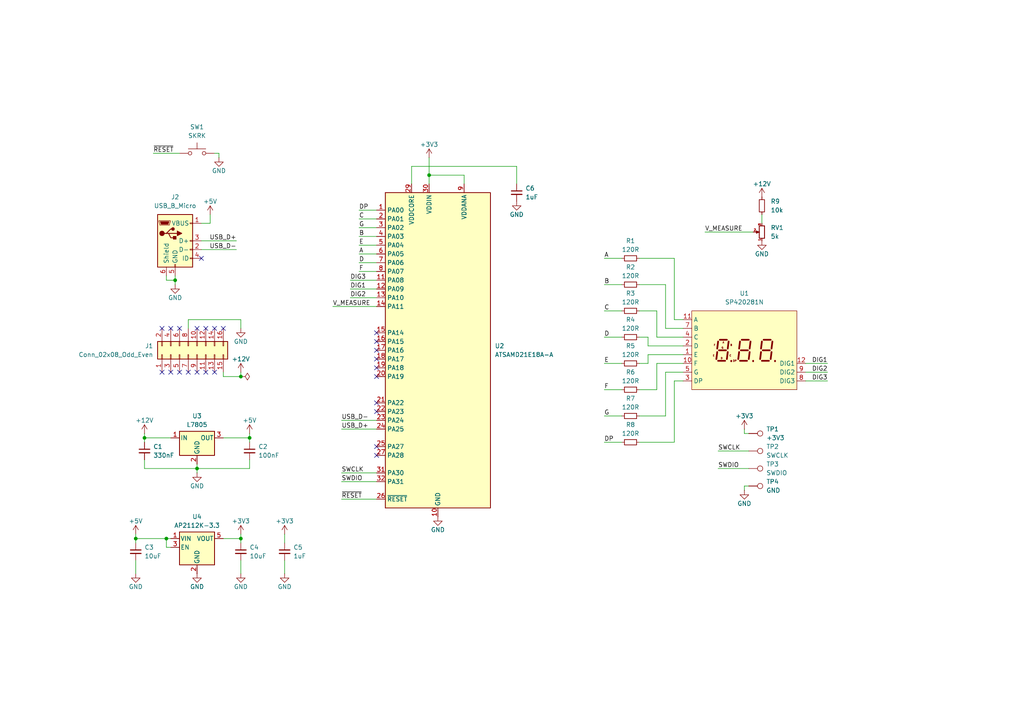
<source format=kicad_sch>
(kicad_sch (version 20231120) (generator "eeschema") (generator_version "8.0")
  (paper "A4")
  (lib_symbols
    (symbol "Connector:TestPoint" (pin_numbers hide) (pin_names (offset 0.762) hide)
      (property "Reference" "TP" (at 0 6.858 0))
      (property "Value" "TestPoint" (at 0 5.08 0))
      (symbol "TestPoint_0_1"
        (circle (center 0 3.302) (radius 0.762))
      )
      (symbol "TestPoint_1_1"
        (pin passive line (at 0 0 90) (length 2.54) (name "1") (number "1"))
      )
    )
    (symbol "Connector:USB_B_Micro" (pin_names (offset 1.016))
      (property "Reference" "J" (at -5.08 11.43 0))
      (property "Value" "USB_B_Micro" (at -5.08 8.89 0))
      (symbol "USB_B_Micro_0_1"
        (rectangle (start -5.08 -7.62) (end 5.08 7.62) (stroke (width 0.254)) (fill (type background)))
        (circle (center -3.81 2.159) (radius 0.635) (stroke (width 0.254)) (fill (type outline)))
        (circle (center -0.635 3.429) (radius 0.381) (stroke (width 0.254)) (fill (type outline)))
        (rectangle (start -0.127 -7.62) (end 0.127 -6.858))
        (polyline (pts (xy -1.905 2.159) (xy 0.635 2.159)) (stroke (width 0.254)))
        (polyline (pts (xy -3.175 2.159) (xy -2.54 2.159) (xy -1.27 3.429) (xy -0.635 3.429)) (stroke (width 0.254)))
        (polyline (pts (xy -2.54 2.159) (xy -1.905 2.159) (xy -1.27 0.889) (xy 0 0.889)) (stroke (width 0.254)))
        (polyline (pts (xy 0.635 2.794) (xy 0.635 1.524) (xy 1.905 2.159) (xy 0.635 2.794)) (stroke (width 0.254)) (fill (type outline)))
        (polyline (pts (xy -4.318 5.588) (xy -1.778 5.588) (xy -2.032 4.826) (xy -4.064 4.826) (xy -4.318 5.588)) (fill (type outline)))
        (polyline (pts (xy -4.699 5.842) (xy -4.699 5.588) (xy -4.445 4.826) (xy -4.445 4.572) (xy -1.651 4.572) (xy -1.651 4.826) (xy -1.397 5.588) (xy -1.397 5.842) (xy -4.699 5.842)))
        (rectangle (start 0.254 1.27) (end -0.508 0.508) (stroke (width 0.254)) (fill (type outline)))
        (rectangle (start 5.08 -5.207) (end 4.318 -4.953))
        (rectangle (start 5.08 -2.667) (end 4.318 -2.413))
        (rectangle (start 5.08 -0.127) (end 4.318 0.127))
        (rectangle (start 5.08 4.953) (end 4.318 5.207))
      )
      (symbol "USB_B_Micro_1_1"
        (pin power_out line (at 7.62 5.08 180) (length 2.54) (name "VBUS") (number "1"))
        (pin bidirectional line (at 7.62 -2.54 180) (length 2.54) (name "D-") (number "2"))
        (pin bidirectional line (at 7.62 0 180) (length 2.54) (name "D+") (number "3"))
        (pin passive line (at 7.62 -5.08 180) (length 2.54) (name "ID") (number "4"))
        (pin power_out line (at 0 -10.16 90) (length 2.54) (name "GND") (number "5"))
        (pin passive line (at -2.54 -10.16 90) (length 2.54) (name "Shield") (number "6"))
      )
    )
    (symbol "Connector_Generic:Conn_02x08_Odd_Even" (pin_names (offset 1.016) hide)
      (property "Reference" "J" (at 1.27 10.16 0))
      (property "Value" "Conn_02x08_Odd_Even" (at 1.27 -12.7 0))
      (symbol "Conn_02x08_Odd_Even_1_1"
        (rectangle (start -1.27 -10.033) (end 0 -10.287) (stroke (width 0.1524)))
        (rectangle (start -1.27 -7.493) (end 0 -7.747) (stroke (width 0.1524)))
        (rectangle (start -1.27 -4.953) (end 0 -5.207) (stroke (width 0.1524)))
        (rectangle (start -1.27 -2.413) (end 0 -2.667) (stroke (width 0.1524)))
        (rectangle (start -1.27 0.127) (end 0 -0.127) (stroke (width 0.1524)))
        (rectangle (start -1.27 2.667) (end 0 2.413) (stroke (width 0.1524)))
        (rectangle (start -1.27 5.207) (end 0 4.953) (stroke (width 0.1524)))
        (rectangle (start -1.27 7.747) (end 0 7.493) (stroke (width 0.1524)))
        (rectangle (start -1.27 8.89) (end 3.81 -11.43) (stroke (width 0.254)) (fill (type background)))
        (rectangle (start 3.81 -10.033) (end 2.54 -10.287) (stroke (width 0.1524)))
        (rectangle (start 3.81 -7.493) (end 2.54 -7.747) (stroke (width 0.1524)))
        (rectangle (start 3.81 -4.953) (end 2.54 -5.207) (stroke (width 0.1524)))
        (rectangle (start 3.81 -2.413) (end 2.54 -2.667) (stroke (width 0.1524)))
        (rectangle (start 3.81 0.127) (end 2.54 -0.127) (stroke (width 0.1524)))
        (rectangle (start 3.81 2.667) (end 2.54 2.413) (stroke (width 0.1524)))
        (rectangle (start 3.81 5.207) (end 2.54 4.953) (stroke (width 0.1524)))
        (rectangle (start 3.81 7.747) (end 2.54 7.493) (stroke (width 0.1524)))
        (pin passive line (at -5.08 7.62 0) (length 3.81) (name "Pin_1") (number "1"))
        (pin passive line (at 7.62 -2.54 180) (length 3.81) (name "Pin_10") (number "10"))
        (pin passive line (at -5.08 -5.08 0) (length 3.81) (name "Pin_11") (number "11"))
        (pin passive line (at 7.62 -5.08 180) (length 3.81) (name "Pin_12") (number "12"))
        (pin passive line (at -5.08 -7.62 0) (length 3.81) (name "Pin_13") (number "13"))
        (pin passive line (at 7.62 -7.62 180) (length 3.81) (name "Pin_14") (number "14"))
        (pin passive line (at -5.08 -10.16 0) (length 3.81) (name "Pin_15") (number "15"))
        (pin passive line (at 7.62 -10.16 180) (length 3.81) (name "Pin_16") (number "16"))
        (pin passive line (at 7.62 7.62 180) (length 3.81) (name "Pin_2") (number "2"))
        (pin passive line (at -5.08 5.08 0) (length 3.81) (name "Pin_3") (number "3"))
        (pin passive line (at 7.62 5.08 180) (length 3.81) (name "Pin_4") (number "4"))
        (pin passive line (at -5.08 2.54 0) (length 3.81) (name "Pin_5") (number "5"))
        (pin passive line (at 7.62 2.54 180) (length 3.81) (name "Pin_6") (number "6"))
        (pin passive line (at -5.08 0 0) (length 3.81) (name "Pin_7") (number "7"))
        (pin passive line (at 7.62 0 180) (length 3.81) (name "Pin_8") (number "8"))
        (pin passive line (at -5.08 -2.54 0) (length 3.81) (name "Pin_9") (number "9"))
      )
    )
    (symbol "Device:C_Small" (pin_numbers hide) (pin_names (offset 0.254) hide)
      (property "Reference" "C" (at 0.254 1.778 0))
      (property "Value" "C_Small" (at 0.254 -2.032 0))
      (symbol "C_Small_0_1"
        (polyline (pts (xy -1.524 -0.508) (xy 1.524 -0.508)) (stroke (width 0.3302)))
        (polyline (pts (xy -1.524 0.508) (xy 1.524 0.508)) (stroke (width 0.3048)))
      )
      (symbol "C_Small_1_1"
        (pin passive line (at 0 2.54 270) (length 2.032) (name "~") (number "1"))
        (pin passive line (at 0 -2.54 90) (length 2.032) (name "~") (number "2"))
      )
    )
    (symbol "Device:R_Potentiometer_Small" (pin_names (offset 1.016) hide)
      (property "Reference" "RV" (at -4.445 0 90))
      (property "Value" "R_Potentiometer_Small" (at -2.54 0 90))
      (symbol "R_Potentiometer_Small_0_1"
        (polyline (pts (xy 0.889 0) (xy 0.635 0) (xy 1.651 0.381) (xy 1.651 -0.381) (xy 0.635 0) (xy 0.889 0)) (fill (type outline)))
        (rectangle (start 0.762 1.8034) (end -0.762 -1.8034) (stroke (width 0.254)))
      )
      (symbol "R_Potentiometer_Small_1_1"
        (pin passive line (at 0 2.54 270) (length 0.635) (name "1") (number "1"))
        (pin passive line (at 2.54 0 180) (length 0.9906) (name "2") (number "2"))
        (pin passive line (at 0 -2.54 90) (length 0.635) (name "3") (number "3"))
      )
    )
    (symbol "Device:R_Small" (pin_numbers hide) (pin_names (offset 0.254) hide)
      (property "Reference" "R" (at 0.762 0.508 0))
      (property "Value" "R_Small" (at 0.762 -1.016 0))
      (symbol "R_Small_0_1"
        (rectangle (start -0.762 1.778) (end 0.762 -1.778) (stroke (width 0.2032)))
      )
      (symbol "R_Small_1_1"
        (pin passive line (at 0 2.54 270) (length 0.762) (name "~") (number "1"))
        (pin passive line (at 0 -2.54 90) (length 0.762) (name "~") (number "2"))
      )
    )
    (symbol "MCU_Microchip_SAMD:ATSAMD21E18A-A"
      (property "Reference" "U" (at -13.97 46.99 0))
      (property "Value" "ATSAMD21E18A-A" (at 16.51 46.99 0))
      (symbol "ATSAMD21E18A-A_1_1"
        (rectangle (start -15.24 45.72) (end 15.24 -45.72) (stroke (width 0.254)) (fill (type background)))
        (pin bidirectional line (at -17.78 40.64 0) (length 2.54) (name "PA00") (number "1"))
        (pin power_in line (at 0 -48.26 90) (length 2.54) (name "GND") (number "10"))
        (pin bidirectional line (at -17.78 20.32 0) (length 2.54) (name "PA08") (number "11"))
        (pin bidirectional line (at -17.78 17.78 0) (length 2.54) (name "PA09") (number "12"))
        (pin bidirectional line (at -17.78 15.24 0) (length 2.54) (name "PA10") (number "13"))
        (pin bidirectional line (at -17.78 12.7 0) (length 2.54) (name "PA11") (number "14"))
        (pin bidirectional line (at -17.78 5.08 0) (length 2.54) (name "PA14") (number "15"))
        (pin bidirectional line (at -17.78 2.54 0) (length 2.54) (name "PA15") (number "16"))
        (pin bidirectional line (at -17.78 0 0) (length 2.54) (name "PA16") (number "17"))
        (pin bidirectional line (at -17.78 -2.54 0) (length 2.54) (name "PA17") (number "18"))
        (pin bidirectional line (at -17.78 -5.08 0) (length 2.54) (name "PA18") (number "19"))
        (pin bidirectional line (at -17.78 38.1 0) (length 2.54) (name "PA01") (number "2"))
        (pin bidirectional line (at -17.78 -7.62 0) (length 2.54) (name "PA19") (number "20"))
        (pin bidirectional line (at -17.78 -15.24 0) (length 2.54) (name "PA22") (number "21"))
        (pin bidirectional line (at -17.78 -17.78 0) (length 2.54) (name "PA23") (number "22"))
        (pin bidirectional line (at -17.78 -20.32 0) (length 2.54) (name "PA24") (number "23"))
        (pin bidirectional line (at -17.78 -22.86 0) (length 2.54) (name "PA25") (number "24"))
        (pin bidirectional line (at -17.78 -27.94 0) (length 2.54) (name "PA27") (number "25"))
        (pin input line (at -17.78 -43.18 0) (length 2.54) (name "~{RESET}") (number "26"))
        (pin bidirectional line (at -17.78 -30.48 0) (length 2.54) (name "PA28") (number "27"))
        (pin passive line (at 0 -48.26 90) (length 2.54) hide (name "GND") (number "28"))
        (pin power_out line (at -7.62 48.26 270) (length 2.54) (name "VDDCORE") (number "29"))
        (pin bidirectional line (at -17.78 35.56 0) (length 2.54) (name "PA02") (number "3"))
        (pin power_in line (at -2.54 48.26 270) (length 2.54) (name "VDDIN") (number "30"))
        (pin bidirectional line (at -17.78 -35.56 0) (length 2.54) (name "PA30") (number "31"))
        (pin bidirectional line (at -17.78 -38.1 0) (length 2.54) (name "PA31") (number "32"))
        (pin bidirectional line (at -17.78 33.02 0) (length 2.54) (name "PA03") (number "4"))
        (pin bidirectional line (at -17.78 30.48 0) (length 2.54) (name "PA04") (number "5"))
        (pin bidirectional line (at -17.78 27.94 0) (length 2.54) (name "PA05") (number "6"))
        (pin bidirectional line (at -17.78 25.4 0) (length 2.54) (name "PA06") (number "7"))
        (pin bidirectional line (at -17.78 22.86 0) (length 2.54) (name "PA07") (number "8"))
        (pin power_in line (at 7.62 48.26 270) (length 2.54) (name "VDDANA") (number "9"))
      )
    )
    (symbol "Regulator_Linear:AP2112K-3.3" (pin_names (offset 0.254))
      (property "Reference" "U" (at -5.08 5.715 0))
      (property "Value" "AP2112K-3.3" (at 0 5.715 0))
      (symbol "AP2112K-3.3_0_1"
        (rectangle (start -5.08 4.445) (end 5.08 -5.08) (stroke (width 0.254)) (fill (type background)))
      )
      (symbol "AP2112K-3.3_1_1"
        (pin power_in line (at -7.62 2.54 0) (length 2.54) (name "VIN") (number "1"))
        (pin power_in line (at 0 -7.62 90) (length 2.54) (name "GND") (number "2"))
        (pin input line (at -7.62 0 0) (length 2.54) (name "EN") (number "3"))
        (pin no_connect line (at 5.08 0 180) (length 2.54) hide (name "NC") (number "4"))
        (pin power_out line (at 7.62 2.54 180) (length 2.54) (name "VOUT") (number "5"))
      )
    )
    (symbol "Regulator_Linear:L7805" (pin_names (offset 0.254))
      (property "Reference" "U" (at -3.81 3.175 0))
      (property "Value" "L7805" (at 0 3.175 0))
      (symbol "L7805_0_1"
        (rectangle (start -5.08 1.905) (end 5.08 -5.08) (stroke (width 0.254)) (fill (type background)))
      )
      (symbol "L7805_1_1"
        (pin power_in line (at -7.62 0 0) (length 2.54) (name "IN") (number "1"))
        (pin power_in line (at 0 -7.62 90) (length 2.54) (name "GND") (number "2"))
        (pin power_out line (at 7.62 0 180) (length 2.54) (name "OUT") (number "3"))
      )
    )
    (symbol "Switch:SW_Push" (pin_numbers hide) (pin_names (offset 1.016) hide)
      (property "Reference" "SW" (at 1.27 2.54 0))
      (property "Value" "SW_Push" (at 0 -1.524 0))
      (symbol "SW_Push_0_1"
        (circle (center -2.032 0) (radius 0.508))
        (polyline (pts (xy 0 1.27) (xy 0 3.048)))
        (polyline (pts (xy 2.54 1.27) (xy -2.54 1.27)))
        (circle (center 2.032 0) (radius 0.508))
        (pin passive line (at -5.08 0 0) (length 2.54) (name "1") (number "1"))
        (pin passive line (at 5.08 0 180) (length 2.54) (name "2") (number "2"))
      )
    )
    (symbol "obd-things:ARKLED_SP420281N"
      (property "Reference" "U" (at -13.97 12.7 0))
      (property "Value" "SP420281N" (at 9.144 12.7 0))
      (symbol "ARKLED_SP420281N_1_0"
        (text "A" (at -6.096 2.286 0) (effects (font (size 0.508 0.508))))
        (text "B" (at -3.81 1.524 0) (effects (font (size 0.508 0.508))))
        (text "C" (at -4.064 -1.524 0) (effects (font (size 0.508 0.508))))
        (text "D" (at -6.604 -2.286 0) (effects (font (size 0.508 0.508))))
        (text "DP" (at -2.794 -3.048 0) (effects (font (size 0.508 0.508))))
        (text "E" (at -8.89 -1.524 0) (effects (font (size 0.508 0.508))))
        (text "F" (at -8.636 1.524 0) (effects (font (size 0.508 0.508))))
        (text "G" (at -6.35 0.762 0) (effects (font (size 0.508 0.508))))
      )
      (symbol "ARKLED_SP420281N_1_1"
        (rectangle (start -15.24 11.43) (end 15.24 -11.43) (fill (type background)))
        (polyline (pts (xy -7.874 -0.508) (xy -8.128 -2.54)) (stroke (width 0.508)))
        (polyline (pts (xy -7.62 -3.048) (xy -5.588 -3.048)) (stroke (width 0.508)))
        (polyline (pts (xy -7.62 2.54) (xy -7.874 0.508)) (stroke (width 0.508)))
        (polyline (pts (xy -7.366 0) (xy -5.334 0)) (stroke (width 0.508)))
        (polyline (pts (xy -7.112 3.048) (xy -5.08 3.048)) (stroke (width 0.508)))
        (polyline (pts (xy -4.826 -0.508) (xy -5.08 -2.54)) (stroke (width 0.508)))
        (polyline (pts (xy -4.572 2.54) (xy -4.826 0.508)) (stroke (width 0.508)))
        (polyline (pts (xy -3.81 -3.175) (xy -3.81 -3.048)) (stroke (width 0.508)))
        (polyline (pts (xy -1.524 -0.508) (xy -1.778 -2.54)) (stroke (width 0.508)))
        (polyline (pts (xy -1.27 -3.048) (xy 0.762 -3.048)) (stroke (width 0.508)))
        (polyline (pts (xy -1.27 2.54) (xy -1.524 0.508)) (stroke (width 0.508)))
        (polyline (pts (xy -1.016 0) (xy 1.016 0)) (stroke (width 0.508)))
        (polyline (pts (xy -0.762 3.048) (xy 1.27 3.048)) (stroke (width 0.508)))
        (polyline (pts (xy 1.524 -0.508) (xy 1.27 -2.54)) (stroke (width 0.508)))
        (polyline (pts (xy 1.778 2.54) (xy 1.524 0.508)) (stroke (width 0.508)))
        (polyline (pts (xy 2.54 -3.175) (xy 2.54 -3.048)) (stroke (width 0.508)))
        (polyline (pts (xy 4.826 -0.508) (xy 4.572 -2.54)) (stroke (width 0.508)))
        (polyline (pts (xy 5.08 -3.048) (xy 7.112 -3.048)) (stroke (width 0.508)))
        (polyline (pts (xy 5.08 2.54) (xy 4.826 0.508)) (stroke (width 0.508)))
        (polyline (pts (xy 5.334 0) (xy 7.366 0)) (stroke (width 0.508)))
        (polyline (pts (xy 5.588 3.048) (xy 7.62 3.048)) (stroke (width 0.508)))
        (polyline (pts (xy 7.874 -0.508) (xy 7.62 -2.54)) (stroke (width 0.508)))
        (polyline (pts (xy 8.128 2.54) (xy 7.874 0.508)) (stroke (width 0.508)))
        (polyline (pts (xy 8.89 -3.175) (xy 8.89 -3.048)) (stroke (width 0.508)))
        (pin input line (at -17.78 -1.27 0) (length 2.54) (name "E") (number "1"))
        (pin input line (at -17.78 -3.81 0) (length 2.54) (name "F") (number "10"))
        (pin input line (at -17.78 8.89 0) (length 2.54) (name "A") (number "11"))
        (pin input line (at 17.78 -3.81 180) (length 2.54) (name "DIG1") (number "12"))
        (pin input line (at -17.78 1.27 0) (length 2.54) (name "D") (number "2"))
        (pin input line (at -17.78 -8.89 0) (length 2.54) (name "DP") (number "3"))
        (pin input line (at -17.78 3.81 0) (length 2.54) (name "C") (number "4"))
        (pin input line (at -17.78 -6.35 0) (length 2.54) (name "G") (number "5"))
        (pin input line (at -17.78 6.35 0) (length 2.54) (name "B") (number "7"))
        (pin input line (at 17.78 -8.89 180) (length 2.54) (name "DIG3") (number "8"))
        (pin input line (at 17.78 -6.35 180) (length 2.54) (name "DIG2") (number "9"))
      )
    )
    (symbol "power:+12V" (power) (pin_numbers hide) (pin_names (offset 0) hide)
      (property "Value" "+12V" (at 0 3.556 0))
      (symbol "+12V_0_1"
        (polyline (pts (xy -0.762 1.27) (xy 0 2.54)))
        (polyline (pts (xy 0 0) (xy 0 2.54)))
        (polyline (pts (xy 0 2.54) (xy 0.762 1.27)))
      )
      (symbol "+12V_1_1"
        (pin power_in line (at 0 0 90) (length 0) (name "~") (number "1"))
      )
    )
    (symbol "power:+3V3" (power) (pin_numbers hide) (pin_names (offset 0) hide)
      (property "Value" "+3V3" (at 0 3.556 0))
      (symbol "+3V3_0_1"
        (polyline (pts (xy -0.762 1.27) (xy 0 2.54)))
        (polyline (pts (xy 0 0) (xy 0 2.54)))
        (polyline (pts (xy 0 2.54) (xy 0.762 1.27)))
      )
      (symbol "+3V3_1_1"
        (pin power_in line (at 0 0 90) (length 0) (name "~") (number "1"))
      )
    )
    (symbol "power:+5V" (power) (pin_numbers hide) (pin_names (offset 0) hide)
      (property "Value" "+5V" (at 0 3.556 0))
      (symbol "+5V_0_1"
        (polyline (pts (xy -0.762 1.27) (xy 0 2.54)))
        (polyline (pts (xy 0 0) (xy 0 2.54)))
        (polyline (pts (xy 0 2.54) (xy 0.762 1.27)))
      )
      (symbol "+5V_1_1"
        (pin power_in line (at 0 0 90) (length 0) (name "~") (number "1"))
      )
    )
    (symbol "power:GND" (power) (pin_numbers hide) (pin_names (offset 0) hide)
      (property "Value" "GND" (at 0 -3.81 0))
      (symbol "GND_0_1"
        (polyline (pts (xy 0 0) (xy 0 -1.27) (xy 1.27 -1.27) (xy 0 -2.54) (xy -1.27 -1.27) (xy 0 -1.27)))
      )
      (symbol "GND_1_1"
        (pin power_in line (at 0 0 270) (length 0) (name "~") (number "1"))
      )
    )
    (symbol "power:PWR_FLAG" (power) (pin_numbers hide) (pin_names (offset 0) hide)
      (property "Value" "PWR_FLAG" (at 0 3.81 0))
      (symbol "PWR_FLAG_0_0"
        (pin power_out line (at 0 0 90) (length 0) (name "~") (number "1"))
      )
      (symbol "PWR_FLAG_0_1"
        (polyline (pts (xy 0 0) (xy 0 1.27) (xy -1.016 1.905) (xy 0 2.54) (xy 1.016 1.905) (xy 0 1.27)))
      )
    )
  )
  (junction (at 39.37 156.21))
  (junction (at 57.15 135.89))
  (junction (at 48.26 156.21))
  (junction (at 50.8 81.28))
  (junction (at 41.91 127))
  (junction (at 124.46 50.8))
  (junction (at 72.39 127))
  (junction (at 69.85 109.22))
  (junction (at 69.85 156.21))
  (no_connect (at 54.61 107.95))
  (no_connect (at 62.23 107.95))
  (no_connect (at 57.15 107.95))
  (no_connect (at 109.22 96.52))
  (no_connect (at 62.23 95.25))
  (no_connect (at 46.99 107.95))
  (no_connect (at 52.07 95.25))
  (no_connect (at 109.22 101.6))
  (no_connect (at 64.77 95.25))
  (no_connect (at 49.53 107.95))
  (no_connect (at 109.22 129.54))
  (no_connect (at 109.22 106.68))
  (no_connect (at 49.53 95.25))
  (no_connect (at 59.69 95.25))
  (no_connect (at 46.99 95.25))
  (no_connect (at 109.22 132.08))
  (no_connect (at 109.22 99.06))
  (no_connect (at 109.22 104.14))
  (no_connect (at 59.69 107.95))
  (no_connect (at 109.22 109.22))
  (no_connect (at 109.22 116.84))
  (no_connect (at 109.22 119.38))
  (no_connect (at 52.07 107.95))
  (no_connect (at 58.42 74.93))
  (no_connect (at 57.15 95.25))
  (wire (pts (xy 190.5 113.03) (xy 190.5 105.41)))
  (wire (pts (xy 175.26 90.17) (xy 180.34 90.17)))
  (wire (pts (xy 48.26 156.21) (xy 49.53 156.21)))
  (wire (pts (xy 190.5 97.79) (xy 198.12 97.79)))
  (wire (pts (xy 69.85 156.21) (xy 69.85 157.48)))
  (wire (pts (xy 96.52 88.9) (xy 109.22 88.9)))
  (wire (pts (xy 41.91 125.73) (xy 41.91 127)))
  (wire (pts (xy 54.61 95.25) (xy 54.61 92.71)))
  (wire (pts (xy 124.46 45.72) (xy 124.46 50.8)))
  (wire (pts (xy 195.58 110.49) (xy 198.12 110.49)))
  (wire (pts (xy 215.9 124.46) (xy 215.9 125.73)))
  (wire (pts (xy 104.14 76.2) (xy 109.22 76.2)))
  (wire (pts (xy 69.85 156.21) (xy 69.85 154.94)))
  (wire (pts (xy 39.37 156.21) (xy 39.37 157.48)))
  (wire (pts (xy 185.42 82.55) (xy 193.04 82.55)))
  (wire (pts (xy 190.5 90.17) (xy 190.5 97.79)))
  (wire (pts (xy 134.62 50.8) (xy 124.46 50.8)))
  (wire (pts (xy 195.58 128.27) (xy 195.58 110.49)))
  (wire (pts (xy 101.6 83.82) (xy 109.22 83.82)))
  (wire (pts (xy 54.61 92.71) (xy 69.85 92.71)))
  (wire (pts (xy 99.06 144.78) (xy 109.22 144.78)))
  (wire (pts (xy 175.26 74.93) (xy 180.34 74.93)))
  (wire (pts (xy 193.04 120.65) (xy 193.04 107.95)))
  (wire (pts (xy 39.37 154.94) (xy 39.37 156.21)))
  (wire (pts (xy 185.42 90.17) (xy 190.5 90.17)))
  (wire (pts (xy 185.42 120.65) (xy 193.04 120.65)))
  (wire (pts (xy 185.42 74.93) (xy 195.58 74.93)))
  (wire (pts (xy 62.23 44.45) (xy 63.5 44.45)))
  (wire (pts (xy 104.14 73.66) (xy 109.22 73.66)))
  (wire (pts (xy 215.9 142.24) (xy 215.9 140.97)))
  (wire (pts (xy 185.42 113.03) (xy 190.5 113.03)))
  (wire (pts (xy 58.42 72.39) (xy 68.58 72.39)))
  (wire (pts (xy 233.68 105.41) (xy 240.03 105.41)))
  (wire (pts (xy 187.96 102.87) (xy 198.12 102.87)))
  (wire (pts (xy 60.96 62.23) (xy 60.96 64.77)))
  (wire (pts (xy 104.14 78.74) (xy 109.22 78.74)))
  (wire (pts (xy 50.8 81.28) (xy 50.8 80.01)))
  (wire (pts (xy 101.6 81.28) (xy 109.22 81.28)))
  (wire (pts (xy 175.26 128.27) (xy 180.34 128.27)))
  (wire (pts (xy 60.96 64.77) (xy 58.42 64.77)))
  (wire (pts (xy 185.42 97.79) (xy 187.96 97.79)))
  (wire (pts (xy 119.38 53.34) (xy 119.38 48.26)))
  (wire (pts (xy 233.68 107.95) (xy 240.03 107.95)))
  (wire (pts (xy 104.14 66.04) (xy 109.22 66.04)))
  (wire (pts (xy 72.39 127) (xy 72.39 125.73)))
  (wire (pts (xy 124.46 50.8) (xy 124.46 53.34)))
  (wire (pts (xy 64.77 109.22) (xy 69.85 109.22)))
  (wire (pts (xy 64.77 107.95) (xy 64.77 109.22)))
  (wire (pts (xy 57.15 135.89) (xy 72.39 135.89)))
  (wire (pts (xy 185.42 105.41) (xy 187.96 105.41)))
  (wire (pts (xy 175.26 105.41) (xy 180.34 105.41)))
  (wire (pts (xy 175.26 97.79) (xy 180.34 97.79)))
  (wire (pts (xy 104.14 60.96) (xy 109.22 60.96)))
  (wire (pts (xy 149.86 48.26) (xy 149.86 53.34)))
  (wire (pts (xy 104.14 63.5) (xy 109.22 63.5)))
  (wire (pts (xy 187.96 105.41) (xy 187.96 102.87)))
  (wire (pts (xy 63.5 44.45) (xy 63.5 45.72)))
  (wire (pts (xy 195.58 74.93) (xy 195.58 92.71)))
  (wire (pts (xy 187.96 97.79) (xy 187.96 100.33)))
  (wire (pts (xy 215.9 140.97) (xy 217.17 140.97)))
  (wire (pts (xy 193.04 107.95) (xy 198.12 107.95)))
  (wire (pts (xy 50.8 82.55) (xy 50.8 81.28)))
  (wire (pts (xy 99.06 139.7) (xy 109.22 139.7)))
  (wire (pts (xy 48.26 156.21) (xy 48.26 158.75)))
  (wire (pts (xy 185.42 128.27) (xy 195.58 128.27)))
  (wire (pts (xy 48.26 81.28) (xy 50.8 81.28)))
  (wire (pts (xy 69.85 92.71) (xy 69.85 95.25)))
  (wire (pts (xy 82.55 154.94) (xy 82.55 157.48)))
  (wire (pts (xy 39.37 162.56) (xy 39.37 166.37)))
  (wire (pts (xy 64.77 156.21) (xy 69.85 156.21)))
  (wire (pts (xy 119.38 48.26) (xy 149.86 48.26)))
  (wire (pts (xy 187.96 100.33) (xy 198.12 100.33)))
  (wire (pts (xy 41.91 133.35) (xy 41.91 135.89)))
  (wire (pts (xy 69.85 109.22) (xy 69.85 107.95)))
  (wire (pts (xy 193.04 82.55) (xy 193.04 95.25)))
  (wire (pts (xy 175.26 82.55) (xy 180.34 82.55)))
  (wire (pts (xy 208.28 130.81) (xy 217.17 130.81)))
  (wire (pts (xy 82.55 162.56) (xy 82.55 166.37)))
  (wire (pts (xy 41.91 127) (xy 49.53 127)))
  (wire (pts (xy 44.45 44.45) (xy 52.07 44.45)))
  (wire (pts (xy 104.14 68.58) (xy 109.22 68.58)))
  (wire (pts (xy 215.9 125.73) (xy 217.17 125.73)))
  (wire (pts (xy 233.68 110.49) (xy 240.03 110.49)))
  (wire (pts (xy 195.58 92.71) (xy 198.12 92.71)))
  (wire (pts (xy 99.06 137.16) (xy 109.22 137.16)))
  (wire (pts (xy 58.42 69.85) (xy 68.58 69.85)))
  (wire (pts (xy 104.14 71.12) (xy 109.22 71.12)))
  (wire (pts (xy 204.47 67.31) (xy 218.44 67.31)))
  (wire (pts (xy 39.37 156.21) (xy 48.26 156.21)))
  (wire (pts (xy 49.53 158.75) (xy 48.26 158.75)))
  (wire (pts (xy 48.26 80.01) (xy 48.26 81.28)))
  (wire (pts (xy 99.06 121.92) (xy 109.22 121.92)))
  (wire (pts (xy 41.91 135.89) (xy 57.15 135.89)))
  (wire (pts (xy 41.91 127) (xy 41.91 128.27)))
  (wire (pts (xy 175.26 113.03) (xy 180.34 113.03)))
  (wire (pts (xy 72.39 127) (xy 72.39 128.27)))
  (wire (pts (xy 101.6 86.36) (xy 109.22 86.36)))
  (wire (pts (xy 69.85 162.56) (xy 69.85 166.37)))
  (wire (pts (xy 57.15 135.89) (xy 57.15 137.16)))
  (wire (pts (xy 175.26 120.65) (xy 180.34 120.65)))
  (wire (pts (xy 193.04 95.25) (xy 198.12 95.25)))
  (wire (pts (xy 134.62 53.34) (xy 134.62 50.8)))
  (wire (pts (xy 64.77 127) (xy 72.39 127)))
  (wire (pts (xy 72.39 135.89) (xy 72.39 133.35)))
  (wire (pts (xy 99.06 124.46) (xy 109.22 124.46)))
  (wire (pts (xy 57.15 134.62) (xy 57.15 135.89)))
  (wire (pts (xy 220.98 62.23) (xy 220.98 64.77)))
  (wire (pts (xy 208.28 135.89) (xy 217.17 135.89)))
  (wire (pts (xy 190.5 105.41) (xy 198.12 105.41)))
  (label "E" (at 175.26 105.41 0))
  (label "DP" (at 175.26 128.27 0))
  (label "V_MEASURE" (at 96.52 88.9 0))
  (label "G" (at 104.14 66.04 0))
  (label "DIG1" (at 240.03 105.41 180))
  (label "USB_D-" (at 99.06 121.92 0))
  (label "DP" (at 104.14 60.96 0))
  (label "~{RESET}" (at 44.45 44.45 0))
  (label "D" (at 104.14 76.2 0))
  (label "E" (at 104.14 71.12 0))
  (label "B" (at 104.14 68.58 0))
  (label "A" (at 104.14 73.66 0))
  (label "V_MEASURE" (at 204.47 67.31 0))
  (label "B" (at 175.26 82.55 0))
  (label "USB_D-" (at 68.58 72.39 180))
  (label "D" (at 175.26 97.79 0))
  (label "C" (at 175.26 90.17 0))
  (label "USB_D+" (at 99.06 124.46 0))
  (label "DIG1" (at 101.6 83.82 0))
  (label "G" (at 175.26 120.65 0))
  (label "SWCLK" (at 208.28 130.81 0))
  (label "DIG3" (at 101.6 81.28 0))
  (label "SWDIO" (at 99.06 139.7 0))
  (label "~{RESET}" (at 99.06 144.78 0))
  (label "C" (at 104.14 63.5 0))
  (label "SWDIO" (at 208.28 135.89 0))
  (label "DIG3" (at 240.03 110.49 180))
  (label "DIG2" (at 101.6 86.36 0))
  (label "USB_D+" (at 68.58 69.85 180))
  (label "F" (at 104.14 78.74 0))
  (label "DIG2" (at 240.03 107.95 180))
  (label "SWCLK" (at 99.06 137.16 0))
  (label "F" (at 175.26 113.03 0))
  (label "A" (at 175.26 74.93 0))
  (symbol (lib_id "Connector:TestPoint") (at 217.17 135.89 270) (unit 1) (in_bom no)
    (property "Reference" "TP3" (at 222.25 134.6199 90) (effects (justify left)))
    (property "Value" "SWDIO" (at 222.25 137.1599 90) (effects (justify left)))
    (property "Footprint" "TestPoint:TestPoint_Pad_D1.0mm" (effects (hide yes)))
    (property "Description" "test point" (effects (hide yes)))
  )
  (symbol (lib_id "Connector:TestPoint") (at 217.17 130.81 270) (unit 1) (in_bom no)
    (property "Reference" "TP2" (at 222.25 129.5399 90) (effects (justify left)))
    (property "Value" "SWCLK" (at 222.25 132.0799 90) (effects (justify left)))
    (property "Footprint" "TestPoint:TestPoint_Pad_D1.0mm" (effects (hide yes)))
    (property "Description" "test point" (effects (hide yes)))
  )
  (symbol (lib_id "Device:R_Small") (at 182.88 90.17 90) (unit 1)
    (property "Reference" "R3" (at 182.88 85.09 90))
    (property "Value" "120R" (at 182.88 87.63 90))
    (property "Footprint" "Resistor_SMD:R_0603_1608Metric_Pad0.98x0.95mm_HandSolder" (effects (hide yes)))
    (property "Description" "Resistor, small symbol" (effects (hide yes)))
    (property "LCSC" "C22787" (effects (hide yes)))
  )
  (symbol (lib_id "Regulator_Linear:AP2112K-3.3") (at 57.15 158.75 0) (unit 1)
    (property "Reference" "U4" (at 57.15 149.86 0))
    (property "Value" "AP2112K-3.3" (at 57.15 152.4 0))
    (property "Footprint" "Package_TO_SOT_SMD:SOT-23-5" (effects (hide yes)))
    (property "Datasheet" "https://www.diodes.com/assets/Datasheets/AP2112.pdf" (effects (hide yes)))
    (property "Description" "600mA low dropout linear regulator, with enable pin, 3.8V-6V input voltage range, 3.3V fixed positive output, SOT-23-5" (effects (hide yes)))
    (property "LCSC" "C51118" (effects (hide yes)))
  )
  (symbol (lib_id "obd-things:ARKLED_SP420281N") (at 215.9 101.6 0) (unit 1)
    (property "Reference" "U1" (at 215.9 85.09 0))
    (property "Value" "SP420281N" (at 215.9 87.63 0))
    (property "Footprint" "obd-things:ARKLED_SP420281N" (effects (hide yes)))
    (property "Datasheet" "https://www.lcsc.com/datasheet/lcsc_datasheet_1811041510_ARKLED-Wuxi-ARK-Tech-Elec-SP420281N_C122944.pdf" (effects (hide yes)))
    (property "LCSC" "C122944" (effects (hide yes)))
  )
  (symbol (lib_id "Device:R_Small") (at 182.88 97.79 90) (unit 1)
    (property "Reference" "R4" (at 182.88 92.71 90))
    (property "Value" "120R" (at 182.88 95.25 90))
    (property "Footprint" "Resistor_SMD:R_0603_1608Metric_Pad0.98x0.95mm_HandSolder" (effects (hide yes)))
    (property "Description" "Resistor, small symbol" (effects (hide yes)))
    (property "LCSC" "C22787" (effects (hide yes)))
  )
  (symbol (lib_id "Connector_Generic:Conn_02x08_Odd_Even") (at 54.61 102.87 90) (unit 1)
    (property "Reference" "J1" (at 44.45 100.3299 90) (effects (justify left)))
    (property "Value" "Conn_02x08_Odd_Even" (at 44.45 102.8699 90) (effects (justify left)))
    (property "Footprint" "Connector_PinSocket_2.54mm:PinSocket_2x08_P2.54mm_Vertical" (effects (hide yes)))
    (property "Description" "Generic connector, double row, 02x08, odd/even pin numbering scheme (row 1 odd numbers, row 2 even numbers), script generated (kicad-library-utils/schlib/autogen/connector/)" (effects (hide yes)))
    (property "LCSC" "C30734" (effects (hide yes)))
  )
  (symbol (lib_id "Device:C_Small") (at 82.55 160.02 0) (unit 1)
    (property "Reference" "C5" (at 85.09 158.7562 0) (effects (justify left)))
    (property "Value" "1uF" (at 85.09 161.2962 0) (effects (justify left)))
    (property "Footprint" "Capacitor_SMD:C_0805_2012Metric_Pad1.18x1.45mm_HandSolder" (effects (hide yes)))
    (property "Description" "Unpolarized capacitor, small symbol" (effects (hide yes)))
    (property "LCSC" "C89190" (effects (hide yes)))
  )
  (symbol (lib_id "power:GND") (at 57.15 166.37 0) (unit 1)
    (property "Reference" "#PWR05" (effects (hide yes)))
    (property "Value" "GND" (at 57.15 170.18 0))
    (property "Description" "Power symbol creates a global label with name \"GND\" , ground" (effects (hide yes)))
  )
  (symbol (lib_id "power:GND") (at 69.85 95.25 0) (unit 1)
    (property "Reference" "#PWR02" (effects (hide yes)))
    (property "Value" "GND" (at 69.85 99.06 0))
    (property "Description" "Power symbol creates a global label with name \"GND\" , ground" (effects (hide yes)))
  )
  (symbol (lib_id "Device:R_Small") (at 182.88 113.03 90) (unit 1)
    (property "Reference" "R6" (at 182.88 107.95 90))
    (property "Value" "120R" (at 182.88 110.49 90))
    (property "Footprint" "Resistor_SMD:R_0603_1608Metric_Pad0.98x0.95mm_HandSolder" (effects (hide yes)))
    (property "Description" "Resistor, small symbol" (effects (hide yes)))
    (property "LCSC" "C22787" (effects (hide yes)))
  )
  (symbol (lib_id "Connector:USB_B_Micro") (at 50.8 69.85 0) (unit 1)
    (property "Reference" "J2" (at 50.8 57.15 0))
    (property "Value" "USB_B_Micro" (at 50.8 59.69 0))
    (property "Footprint" "Connector_USB:USB_Micro-B_Molex-105133-0001" (effects (hide yes)))
    (property "Description" "USB Micro Type B connector" (effects (hide yes)))
    (property "LCSC" "C586226" (effects (hide yes)))
  )
  (symbol (lib_id "power:+5V") (at 72.39 125.73 0) (unit 1)
    (property "Reference" "#PWR08" (effects (hide yes)))
    (property "Value" "+5V" (at 72.39 121.92 0))
    (property "Description" "Power symbol creates a global label with name \"+5V\"" (effects (hide yes)))
  )
  (symbol (lib_id "Device:C_Small") (at 69.85 160.02 0) (unit 1)
    (property "Reference" "C4" (at 72.39 158.7562 0) (effects (justify left)))
    (property "Value" "10uF" (at 72.39 161.2962 0) (effects (justify left)))
    (property "Footprint" "Capacitor_SMD:C_1206_3216Metric_Pad1.33x1.80mm_HandSolder" (effects (hide yes)))
    (property "Description" "Unpolarized capacitor, small symbol" (effects (hide yes)))
    (property "LCSC" "C90538" (effects (hide yes)))
  )
  (symbol (lib_id "power:+3V3") (at 82.55 154.94 0) (unit 1)
    (property "Reference" "#PWR017" (effects (hide yes)))
    (property "Value" "+3V3" (at 82.55 151.13 0))
    (property "Description" "Power symbol creates a global label with name \"+3V3\"" (effects (hide yes)))
  )
  (symbol (lib_id "power:GND") (at 215.9 142.24 0) (unit 1)
    (property "Reference" "#PWR020" (effects (hide yes)))
    (property "Value" "GND" (at 215.9 146.05 0))
    (property "Description" "Power symbol creates a global label with name \"GND\" , ground" (effects (hide yes)))
  )
  (symbol (lib_id "Device:R_Potentiometer_Small") (at 220.98 67.31 180) (unit 1)
    (property "Reference" "RV1" (at 223.52 66.0399 0) (effects (justify right)))
    (property "Value" "5k" (at 223.52 68.5799 0) (effects (justify right)))
    (property "Footprint" "Potentiometer_THT:Potentiometer_Bourns_3296W_Vertical" (effects (hide yes)))
    (property "Description" "Potentiometer" (effects (hide yes)))
    (property "LCSC" "C118907" (effects (hide yes)))
  )
  (symbol (lib_id "Device:R_Small") (at 182.88 120.65 90) (unit 1)
    (property "Reference" "R7" (at 182.88 115.57 90))
    (property "Value" "120R" (at 182.88 118.11 90))
    (property "Footprint" "Resistor_SMD:R_0603_1608Metric_Pad0.98x0.95mm_HandSolder" (effects (hide yes)))
    (property "Description" "Resistor, small symbol" (effects (hide yes)))
    (property "LCSC" "C22787" (effects (hide yes)))
  )
  (symbol (lib_id "Device:C_Small") (at 39.37 160.02 0) (unit 1)
    (property "Reference" "C3" (at 41.91 158.7562 0) (effects (justify left)))
    (property "Value" "10uF" (at 41.91 161.2962 0) (effects (justify left)))
    (property "Footprint" "Capacitor_SMD:C_1206_3216Metric_Pad1.33x1.80mm_HandSolder" (effects (hide yes)))
    (property "Description" "Unpolarized capacitor, small symbol" (effects (hide yes)))
    (property "LCSC" "C90538" (effects (hide yes)))
  )
  (symbol (lib_id "power:GND") (at 82.55 166.37 0) (unit 1)
    (property "Reference" "#PWR014" (effects (hide yes)))
    (property "Value" "GND" (at 82.55 170.18 0))
    (property "Description" "Power symbol creates a global label with name \"GND\" , ground" (effects (hide yes)))
  )
  (symbol (lib_id "power:GND") (at 39.37 166.37 0) (unit 1)
    (property "Reference" "#PWR012" (effects (hide yes)))
    (property "Value" "GND" (at 39.37 170.18 0))
    (property "Description" "Power symbol creates a global label with name \"GND\" , ground" (effects (hide yes)))
  )
  (symbol (lib_id "power:+3V3") (at 69.85 154.94 0) (unit 1)
    (property "Reference" "#PWR016" (effects (hide yes)))
    (property "Value" "+3V3" (at 69.85 151.13 0))
    (property "Description" "Power symbol creates a global label with name \"+3V3\"" (effects (hide yes)))
  )
  (symbol (lib_id "power:+3V3") (at 215.9 124.46 0) (unit 1)
    (property "Reference" "#PWR011" (effects (hide yes)))
    (property "Value" "+3V3" (at 215.9 120.65 0))
    (property "Description" "Power symbol creates a global label with name \"+3V3\"" (effects (hide yes)))
  )
  (symbol (lib_id "power:GND") (at 149.86 58.42 0) (unit 1)
    (property "Reference" "#PWR018" (effects (hide yes)))
    (property "Value" "GND" (at 149.86 62.23 0))
    (property "Description" "Power symbol creates a global label with name \"GND\" , ground" (effects (hide yes)))
  )
  (symbol (lib_id "power:+12V") (at 69.85 107.95 0) (unit 1)
    (property "Reference" "#PWR01" (effects (hide yes)))
    (property "Value" "+12V" (at 69.85 104.14 0))
    (property "Description" "Power symbol creates a global label with name \"+12V\"" (effects (hide yes)))
  )
  (symbol (lib_id "power:GND") (at 220.98 69.85 0) (unit 1)
    (property "Reference" "#PWR021" (effects (hide yes)))
    (property "Value" "GND" (at 220.98 73.66 0))
    (property "Description" "Power symbol creates a global label with name \"GND\" , ground" (effects (hide yes)))
  )
  (symbol (lib_id "Device:C_Small") (at 149.86 55.88 0) (unit 1)
    (property "Reference" "C6" (at 152.4 54.6162 0) (effects (justify left)))
    (property "Value" "1uF" (at 152.4 57.1562 0) (effects (justify left)))
    (property "Footprint" "Capacitor_SMD:C_0805_2012Metric_Pad1.18x1.45mm_HandSolder" (effects (hide yes)))
    (property "Description" "Unpolarized capacitor, small symbol" (effects (hide yes)))
    (property "LCSC" "C89190" (effects (hide yes)))
  )
  (symbol (lib_id "MCU_Microchip_SAMD:ATSAMD21E18A-A") (at 127 101.6 0) (unit 1)
    (property "Reference" "U2" (at 143.51 100.3299 0) (effects (justify left)))
    (property "Value" "ATSAMD21E18A-A" (at 143.51 102.8699 0) (effects (justify left)))
    (property "Footprint" "Package_QFP:TQFP-32_7x7mm_P0.8mm" (effects (hide yes)))
    (property "Datasheet" "http://ww1.microchip.com/downloads/en/DeviceDoc/SAM_D21_DA1_Family_Data%20Sheet_DS40001882E.pdf" (effects (hide yes)))
    (property "Description" "SAM D21 Microchip SMART ARM-based Flash MCU, 48Mhz, 256K Flash, 32K SRAM, TQFP-32" (effects (hide yes)))
    (property "LCSC" "C1339245" (effects (hide yes)))
  )
  (symbol (lib_id "power:+3V3") (at 124.46 45.72 0) (unit 1)
    (property "Reference" "#PWR019" (effects (hide yes)))
    (property "Value" "+3V3" (at 124.46 41.91 0))
    (property "Description" "Power symbol creates a global label with name \"+3V3\"" (effects (hide yes)))
  )
  (symbol (lib_id "power:+12V") (at 220.98 57.15 0) (unit 1)
    (property "Reference" "#PWR022" (effects (hide yes)))
    (property "Value" "+12V" (at 220.98 53.34 0))
    (property "Description" "Power symbol creates a global label with name \"+12V\"" (effects (hide yes)))
  )
  (symbol (lib_id "power:PWR_FLAG") (at 69.85 109.22 270) (unit 1)
    (property "Reference" "#FLG01" (effects (hide yes)))
    (property "Value" "PWR_FLAG" (effects (hide yes)))
    (property "Description" "Special symbol for telling ERC where power comes from" (effects (hide yes)))
  )
  (symbol (lib_id "Device:R_Small") (at 220.98 59.69 0) (unit 1)
    (property "Reference" "R9" (at 223.52 58.4199 0) (effects (justify left)))
    (property "Value" "10k" (at 223.52 60.9599 0) (effects (justify left)))
    (property "Footprint" "Resistor_SMD:R_0603_1608Metric_Pad0.98x0.95mm_HandSolder" (effects (hide yes)))
    (property "Description" "Resistor, small symbol" (effects (hide yes)))
    (property "LCSC" "C25804" (effects (hide yes)))
  )
  (symbol (lib_id "Switch:SW_Push") (at 57.15 44.45 0) (unit 1)
    (property "Reference" "SW1" (at 57.15 36.83 0))
    (property "Value" "SKRK" (at 57.15 39.37 0))
    (property "Footprint" "Button_Switch_SMD:SW_Push_SPST_NO_Alps_SKRK" (effects (hide yes)))
    (property "Description" "Push button switch, generic, two pins" (effects (hide yes)))
    (property "LCSC" "C115357" (effects (hide yes)))
  )
  (symbol (lib_id "Regulator_Linear:L7805") (at 57.15 127 0) (unit 1)
    (property "Reference" "U3" (at 57.15 120.65 0))
    (property "Value" "L7805" (at 57.15 123.19 0))
    (property "Footprint" "Package_TO_SOT_SMD:TO-252-2" (effects (hide yes)))
    (property "Datasheet" "http://www.st.com/content/ccc/resource/technical/document/datasheet/41/4f/b3/b0/12/d4/47/88/CD00000444.pdf/files/CD00000444.pdf/jcr:content/translations/en.CD00000444.pdf" (effects (hide yes)))
    (property "Description" "Positive 1.5A 35V Linear Regulator, Fixed Output 5V, TO-220/TO-263/TO-252" (effects (hide yes)))
    (property "LCSC" "C58069" (effects (hide yes)))
  )
  (symbol (lib_id "power:+5V") (at 39.37 154.94 0) (unit 1)
    (property "Reference" "#PWR015" (effects (hide yes)))
    (property "Value" "+5V" (at 39.37 151.13 0))
    (property "Description" "Power symbol creates a global label with name \"+5V\"" (effects (hide yes)))
  )
  (symbol (lib_id "power:GND") (at 127 149.86 0) (unit 1)
    (property "Reference" "#PWR06" (effects (hide yes)))
    (property "Value" "GND" (at 127 153.67 0))
    (property "Description" "Power symbol creates a global label with name \"GND\" , ground" (effects (hide yes)))
  )
  (symbol (lib_id "Device:R_Small") (at 182.88 128.27 90) (unit 1)
    (property "Reference" "R8" (at 182.88 123.19 90))
    (property "Value" "120R" (at 182.88 125.73 90))
    (property "Footprint" "Resistor_SMD:R_0603_1608Metric_Pad0.98x0.95mm_HandSolder" (effects (hide yes)))
    (property "Description" "Resistor, small symbol" (effects (hide yes)))
    (property "LCSC" "C22787" (effects (hide yes)))
  )
  (symbol (lib_id "power:GND") (at 69.85 166.37 0) (unit 1)
    (property "Reference" "#PWR013" (effects (hide yes)))
    (property "Value" "GND" (at 69.85 170.18 0))
    (property "Description" "Power symbol creates a global label with name \"GND\" , ground" (effects (hide yes)))
  )
  (symbol (lib_id "power:GND") (at 63.5 45.72 0) (unit 1)
    (property "Reference" "#PWR010" (effects (hide yes)))
    (property "Value" "GND" (at 63.5 49.53 0))
    (property "Description" "Power symbol creates a global label with name \"GND\" , ground" (effects (hide yes)))
  )
  (symbol (lib_id "Device:C_Small") (at 41.91 130.81 0) (unit 1)
    (property "Reference" "C1" (at 44.45 129.5462 0) (effects (justify left)))
    (property "Value" "330nF" (at 44.45 132.0862 0) (effects (justify left)))
    (property "Footprint" "Capacitor_SMD:C_0805_2012Metric_Pad1.18x1.45mm_HandSolder" (effects (hide yes)))
    (property "Description" "Unpolarized capacitor, small symbol" (effects (hide yes)))
    (property "LCSC" "C1740" (effects (hide yes)))
  )
  (symbol (lib_id "Connector:TestPoint") (at 217.17 140.97 270) (unit 1) (in_bom no)
    (property "Reference" "TP4" (at 222.25 139.6999 90) (effects (justify left)))
    (property "Value" "GND" (at 222.25 142.2399 90) (effects (justify left)))
    (property "Footprint" "TestPoint:TestPoint_Pad_D1.0mm" (effects (hide yes)))
    (property "Description" "test point" (effects (hide yes)))
  )
  (symbol (lib_id "Device:R_Small") (at 182.88 82.55 90) (unit 1)
    (property "Reference" "R2" (at 182.88 77.47 90))
    (property "Value" "120R" (at 182.88 80.01 90))
    (property "Footprint" "Resistor_SMD:R_0603_1608Metric_Pad0.98x0.95mm_HandSolder" (effects (hide yes)))
    (property "Description" "Resistor, small symbol" (effects (hide yes)))
    (property "LCSC" "C22787" (effects (hide yes)))
  )
  (symbol (lib_id "power:+12V") (at 41.91 125.73 0) (unit 1)
    (property "Reference" "#PWR07" (effects (hide yes)))
    (property "Value" "+12V" (at 41.91 121.92 0))
    (property "Description" "Power symbol creates a global label with name \"+12V\"" (effects (hide yes)))
  )
  (symbol (lib_id "power:GND") (at 50.8 82.55 0) (unit 1)
    (property "Reference" "#PWR04" (effects (hide yes)))
    (property "Value" "GND" (at 50.8 86.36 0))
    (property "Description" "Power symbol creates a global label with name \"GND\" , ground" (effects (hide yes)))
  )
  (symbol (lib_id "Device:R_Small") (at 182.88 105.41 90) (unit 1)
    (property "Reference" "R5" (at 182.88 100.33 90))
    (property "Value" "120R" (at 182.88 102.87 90))
    (property "Footprint" "Resistor_SMD:R_0603_1608Metric_Pad0.98x0.95mm_HandSolder" (effects (hide yes)))
    (property "Description" "Resistor, small symbol" (effects (hide yes)))
    (property "LCSC" "C22787" (effects (hide yes)))
  )
  (symbol (lib_id "power:+5V") (at 60.96 62.23 0) (unit 1)
    (property "Reference" "#PWR03" (effects (hide yes)))
    (property "Value" "+5V" (at 60.96 58.42 0))
    (property "Description" "Power symbol creates a global label with name \"+5V\"" (effects (hide yes)))
  )
  (symbol (lib_id "power:GND") (at 57.15 137.16 0) (unit 1)
    (property "Reference" "#PWR09" (effects (hide yes)))
    (property "Value" "GND" (at 57.15 140.97 0))
    (property "Description" "Power symbol creates a global label with name \"GND\" , ground" (effects (hide yes)))
  )
  (symbol (lib_id "Device:C_Small") (at 72.39 130.81 0) (unit 1)
    (property "Reference" "C2" (at 74.93 129.5462 0) (effects (justify left)))
    (property "Value" "100nF" (at 74.93 132.0862 0) (effects (justify left)))
    (property "Footprint" "Capacitor_SMD:C_0603_1608Metric_Pad1.08x0.95mm_HandSolder" (effects (hide yes)))
    (property "Description" "Unpolarized capacitor, small symbol" (effects (hide yes)))
    (property "LCSC" "C30926" (effects (hide yes)))
  )
  (symbol (lib_id "Connector:TestPoint") (at 217.17 125.73 270) (unit 1) (in_bom no)
    (property "Reference" "TP1" (at 222.25 124.4599 90) (effects (justify left)))
    (property "Value" "+3V3" (at 222.25 126.9999 90) (effects (justify left)))
    (property "Footprint" "TestPoint:TestPoint_Pad_D1.0mm" (effects (hide yes)))
    (property "Description" "test point" (effects (hide yes)))
  )
  (symbol (lib_id "Device:R_Small") (at 182.88 74.93 90) (unit 1)
    (property "Reference" "R1" (at 182.88 69.85 90))
    (property "Value" "120R" (at 182.88 72.39 90))
    (property "Footprint" "Resistor_SMD:R_0603_1608Metric_Pad0.98x0.95mm_HandSolder" (effects (hide yes)))
    (property "Description" "Resistor, small symbol" (effects (hide yes)))
    (property "LCSC" "C22787" (effects (hide yes)))
  )
)
</source>
